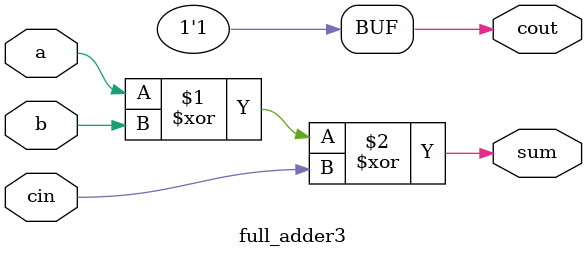
<source format=v>
module full_adder3(a,b,cin,sum,cout);
input a,b,cin;
output sum,cout;
assign sum = a^b^cin;
assign cout = 1'b1|cin&(a|b); 
// initial begin
//     $display("The incorrect adder with and0 and or2 having out/1 and in1/1");
// end   
endmodule
</source>
